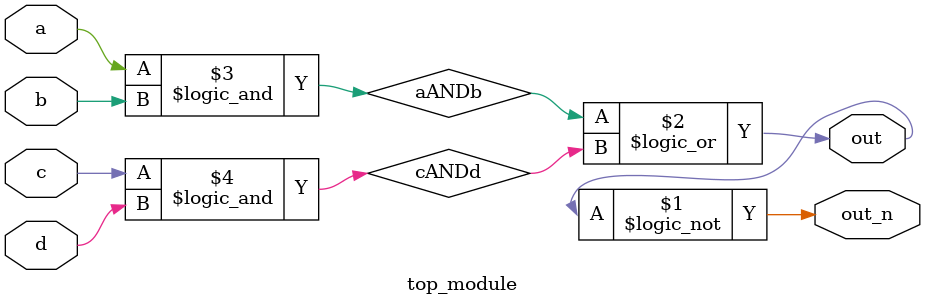
<source format=v>
/*
Declaring wires
The circuits so far have been simple enough that the outputs are simple functions of the inputs.
As circuits become more complex, you will need wires to connect internal components together. 
When you need to use a wire, you should declare it in the body of the module, somewhere before it is first used. 
(In the future, you will encounter more types of signals and variables that are also declared the same way, but for now, we'll start with a signal of type wire).

Create two intermediate wires (named anything you want) to connect the AND and OR gates together. 
Note that the wire that feeds the NOT gate is really wire out, so you do not necessarily need to declare a third wire here. 
Notice how wires are driven by exactly one source (output of a gate), but can feed multiple inputs.
*/


`default_nettype none
module top_module(
    input a,
    input b,
    input c,
    input d,
    output out,
    output out_n   );

    wire aANDb;
    wire cANDd;

    assign out_n = !out;
    assign out = aANDb || cANDd;
    assign aANDb = a && b;
    assign cANDd = c && d;
    

endmodule
</source>
